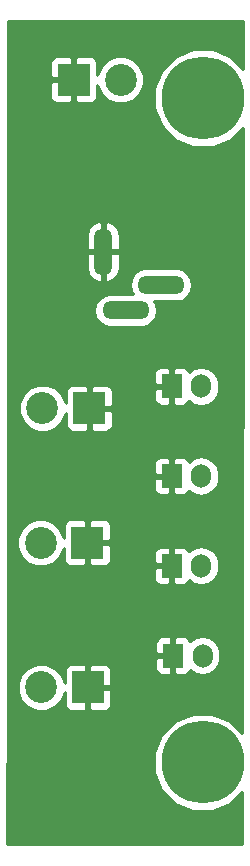
<source format=gbr>
G04 #@! TF.GenerationSoftware,KiCad,Pcbnew,(5.0.0-3-g5ebb6b6)*
G04 #@! TF.CreationDate,2019-05-02T13:21:36+02:00*
G04 #@! TF.ProjectId,Power Board,506F77657220426F6172642E6B696361,rev?*
G04 #@! TF.SameCoordinates,Original*
G04 #@! TF.FileFunction,Copper,L1,Top,Signal*
G04 #@! TF.FilePolarity,Positive*
%FSLAX46Y46*%
G04 Gerber Fmt 4.6, Leading zero omitted, Abs format (unit mm)*
G04 Created by KiCad (PCBNEW (5.0.0-3-g5ebb6b6)) date Thursday, 02 May 2019 at 13:21:36*
%MOMM*%
%LPD*%
G01*
G04 APERTURE LIST*
G04 #@! TA.AperFunction,ComponentPad*
%ADD10C,7.000000*%
G04 #@! TD*
G04 #@! TA.AperFunction,ComponentPad*
%ADD11O,1.524000X4.000000*%
G04 #@! TD*
G04 #@! TA.AperFunction,ComponentPad*
%ADD12O,4.000000X1.524000*%
G04 #@! TD*
G04 #@! TA.AperFunction,ComponentPad*
%ADD13R,1.700000X2.000000*%
G04 #@! TD*
G04 #@! TA.AperFunction,ComponentPad*
%ADD14O,1.700000X2.000000*%
G04 #@! TD*
G04 #@! TA.AperFunction,ComponentPad*
%ADD15R,2.700000X2.700000*%
G04 #@! TD*
G04 #@! TA.AperFunction,ComponentPad*
%ADD16C,2.700000*%
G04 #@! TD*
G04 #@! TA.AperFunction,Conductor*
%ADD17C,0.254000*%
G04 #@! TD*
G04 APERTURE END LIST*
D10*
G04 #@! TO.P,REF\002A\002A,1*
G04 #@! TO.N,N/C*
X158050000Y-138750000D03*
G04 #@! TD*
D11*
G04 #@! TO.P,J1,1*
G04 #@! TO.N,Net-(J1-Pad1)*
X149630000Y-95510000D03*
D12*
G04 #@! TO.P,J1,2*
G04 #@! TO.N,Net-(J1-Pad2)*
X154530000Y-98320000D03*
G04 #@! TO.P,J1,3*
G04 #@! TO.N,N/C*
X151540000Y-100480000D03*
G04 #@! TD*
D13*
G04 #@! TO.P,J2,1*
G04 #@! TO.N,Net-(J1-Pad1)*
X155550000Y-129700000D03*
D14*
G04 #@! TO.P,J2,2*
G04 #@! TO.N,Net-(J1-Pad2)*
X158050000Y-129700000D03*
G04 #@! TD*
G04 #@! TO.P,J3,2*
G04 #@! TO.N,Net-(J1-Pad2)*
X157950000Y-122100000D03*
D13*
G04 #@! TO.P,J3,1*
G04 #@! TO.N,Net-(J1-Pad1)*
X155450000Y-122100000D03*
G04 #@! TD*
G04 #@! TO.P,J4,1*
G04 #@! TO.N,Net-(J1-Pad1)*
X155450000Y-114500000D03*
D14*
G04 #@! TO.P,J4,2*
G04 #@! TO.N,Net-(J1-Pad2)*
X157950000Y-114500000D03*
G04 #@! TD*
G04 #@! TO.P,J5,2*
G04 #@! TO.N,Net-(J1-Pad2)*
X157950000Y-106900000D03*
D13*
G04 #@! TO.P,J5,1*
G04 #@! TO.N,Net-(J1-Pad1)*
X155450000Y-106900000D03*
G04 #@! TD*
D15*
G04 #@! TO.P,J6,1*
G04 #@! TO.N,Net-(J1-Pad1)*
X148350000Y-132400000D03*
D16*
G04 #@! TO.P,J6,2*
G04 #@! TO.N,Net-(J1-Pad2)*
X144390000Y-132400000D03*
G04 #@! TD*
G04 #@! TO.P,J7,2*
G04 #@! TO.N,Net-(J1-Pad2)*
X144340000Y-120150000D03*
D15*
G04 #@! TO.P,J7,1*
G04 #@! TO.N,Net-(J1-Pad1)*
X148300000Y-120150000D03*
G04 #@! TD*
D10*
G04 #@! TO.P,REF\002A\002A,1*
G04 #@! TO.N,N/C*
X158100000Y-82500000D03*
G04 #@! TD*
D15*
G04 #@! TO.P,J8,1*
G04 #@! TO.N,Net-(J1-Pad1)*
X147150000Y-80950000D03*
D16*
G04 #@! TO.P,J8,2*
G04 #@! TO.N,Net-(J1-Pad2)*
X151110000Y-80950000D03*
G04 #@! TD*
G04 #@! TO.P,J9,2*
G04 #@! TO.N,Net-(J1-Pad2)*
X144500000Y-108750000D03*
D15*
G04 #@! TO.P,J9,1*
G04 #@! TO.N,Net-(J1-Pad1)*
X148460000Y-108750000D03*
G04 #@! TD*
D17*
G04 #@! TO.N,Net-(J1-Pad1)*
G36*
X161461681Y-80013909D02*
X160442289Y-78994517D01*
X158922503Y-78365000D01*
X157277497Y-78365000D01*
X155757711Y-78994517D01*
X154594517Y-80157711D01*
X153965000Y-81677497D01*
X153965000Y-83322503D01*
X154594517Y-84842289D01*
X155757711Y-86005483D01*
X157277497Y-86635000D01*
X158922503Y-86635000D01*
X160442289Y-86005483D01*
X161458177Y-84989595D01*
X161422061Y-136274289D01*
X160392289Y-135244517D01*
X158872503Y-134615000D01*
X157227497Y-134615000D01*
X155707711Y-135244517D01*
X154544517Y-136407711D01*
X153915000Y-137927497D01*
X153915000Y-139572503D01*
X154544517Y-141092289D01*
X155707711Y-142255483D01*
X157227497Y-142885000D01*
X158872503Y-142885000D01*
X160392289Y-142255483D01*
X161418572Y-141229200D01*
X161415465Y-145640000D01*
X141535464Y-145640000D01*
X141545065Y-132005159D01*
X142405000Y-132005159D01*
X142405000Y-132794841D01*
X142707199Y-133524412D01*
X143265588Y-134082801D01*
X143995159Y-134385000D01*
X144784841Y-134385000D01*
X145514412Y-134082801D01*
X146072801Y-133524412D01*
X146365000Y-132818983D01*
X146365000Y-133876310D01*
X146461673Y-134109699D01*
X146640302Y-134288327D01*
X146873691Y-134385000D01*
X148064250Y-134385000D01*
X148223000Y-134226250D01*
X148223000Y-132527000D01*
X148477000Y-132527000D01*
X148477000Y-134226250D01*
X148635750Y-134385000D01*
X149826309Y-134385000D01*
X150059698Y-134288327D01*
X150238327Y-134109699D01*
X150335000Y-133876310D01*
X150335000Y-132685750D01*
X150176250Y-132527000D01*
X148477000Y-132527000D01*
X148223000Y-132527000D01*
X148203000Y-132527000D01*
X148203000Y-132273000D01*
X148223000Y-132273000D01*
X148223000Y-130573750D01*
X148477000Y-130573750D01*
X148477000Y-132273000D01*
X150176250Y-132273000D01*
X150335000Y-132114250D01*
X150335000Y-130923690D01*
X150238327Y-130690301D01*
X150059698Y-130511673D01*
X149826309Y-130415000D01*
X148635750Y-130415000D01*
X148477000Y-130573750D01*
X148223000Y-130573750D01*
X148064250Y-130415000D01*
X146873691Y-130415000D01*
X146640302Y-130511673D01*
X146461673Y-130690301D01*
X146365000Y-130923690D01*
X146365000Y-131981017D01*
X146072801Y-131275588D01*
X145514412Y-130717199D01*
X144784841Y-130415000D01*
X143995159Y-130415000D01*
X143265588Y-130717199D01*
X142707199Y-131275588D01*
X142405000Y-132005159D01*
X141545065Y-132005159D01*
X141546487Y-129985750D01*
X154065000Y-129985750D01*
X154065000Y-130826310D01*
X154161673Y-131059699D01*
X154340302Y-131238327D01*
X154573691Y-131335000D01*
X155264250Y-131335000D01*
X155423000Y-131176250D01*
X155423000Y-129827000D01*
X154223750Y-129827000D01*
X154065000Y-129985750D01*
X141546487Y-129985750D01*
X141547481Y-128573690D01*
X154065000Y-128573690D01*
X154065000Y-129414250D01*
X154223750Y-129573000D01*
X155423000Y-129573000D01*
X155423000Y-128223750D01*
X155677000Y-128223750D01*
X155677000Y-129573000D01*
X155697000Y-129573000D01*
X155697000Y-129827000D01*
X155677000Y-129827000D01*
X155677000Y-131176250D01*
X155835750Y-131335000D01*
X156526309Y-131335000D01*
X156759698Y-131238327D01*
X156938327Y-131059699D01*
X156992344Y-130929291D01*
X157470583Y-131248839D01*
X158050000Y-131364092D01*
X158629418Y-131248839D01*
X159120625Y-130920625D01*
X159448839Y-130429417D01*
X159535000Y-129996255D01*
X159535000Y-129403744D01*
X159448839Y-128970582D01*
X159120625Y-128479375D01*
X158629417Y-128151161D01*
X158050000Y-128035908D01*
X157470582Y-128151161D01*
X156992344Y-128470709D01*
X156938327Y-128340301D01*
X156759698Y-128161673D01*
X156526309Y-128065000D01*
X155835750Y-128065000D01*
X155677000Y-128223750D01*
X155423000Y-128223750D01*
X155264250Y-128065000D01*
X154573691Y-128065000D01*
X154340302Y-128161673D01*
X154161673Y-128340301D01*
X154065000Y-128573690D01*
X141547481Y-128573690D01*
X141551839Y-122385750D01*
X153965000Y-122385750D01*
X153965000Y-123226310D01*
X154061673Y-123459699D01*
X154240302Y-123638327D01*
X154473691Y-123735000D01*
X155164250Y-123735000D01*
X155323000Y-123576250D01*
X155323000Y-122227000D01*
X154123750Y-122227000D01*
X153965000Y-122385750D01*
X141551839Y-122385750D01*
X141553692Y-119755159D01*
X142355000Y-119755159D01*
X142355000Y-120544841D01*
X142657199Y-121274412D01*
X143215588Y-121832801D01*
X143945159Y-122135000D01*
X144734841Y-122135000D01*
X145464412Y-121832801D01*
X146022801Y-121274412D01*
X146315000Y-120568983D01*
X146315000Y-121626310D01*
X146411673Y-121859699D01*
X146590302Y-122038327D01*
X146823691Y-122135000D01*
X148014250Y-122135000D01*
X148173000Y-121976250D01*
X148173000Y-120277000D01*
X148427000Y-120277000D01*
X148427000Y-121976250D01*
X148585750Y-122135000D01*
X149776309Y-122135000D01*
X150009698Y-122038327D01*
X150188327Y-121859699D01*
X150285000Y-121626310D01*
X150285000Y-120973690D01*
X153965000Y-120973690D01*
X153965000Y-121814250D01*
X154123750Y-121973000D01*
X155323000Y-121973000D01*
X155323000Y-120623750D01*
X155577000Y-120623750D01*
X155577000Y-121973000D01*
X155597000Y-121973000D01*
X155597000Y-122227000D01*
X155577000Y-122227000D01*
X155577000Y-123576250D01*
X155735750Y-123735000D01*
X156426309Y-123735000D01*
X156659698Y-123638327D01*
X156838327Y-123459699D01*
X156892344Y-123329291D01*
X157370583Y-123648839D01*
X157950000Y-123764092D01*
X158529418Y-123648839D01*
X159020625Y-123320625D01*
X159348839Y-122829417D01*
X159435000Y-122396255D01*
X159435000Y-121803744D01*
X159348839Y-121370582D01*
X159020625Y-120879375D01*
X158529417Y-120551161D01*
X157950000Y-120435908D01*
X157370582Y-120551161D01*
X156892344Y-120870709D01*
X156838327Y-120740301D01*
X156659698Y-120561673D01*
X156426309Y-120465000D01*
X155735750Y-120465000D01*
X155577000Y-120623750D01*
X155323000Y-120623750D01*
X155164250Y-120465000D01*
X154473691Y-120465000D01*
X154240302Y-120561673D01*
X154061673Y-120740301D01*
X153965000Y-120973690D01*
X150285000Y-120973690D01*
X150285000Y-120435750D01*
X150126250Y-120277000D01*
X148427000Y-120277000D01*
X148173000Y-120277000D01*
X148153000Y-120277000D01*
X148153000Y-120023000D01*
X148173000Y-120023000D01*
X148173000Y-118323750D01*
X148427000Y-118323750D01*
X148427000Y-120023000D01*
X150126250Y-120023000D01*
X150285000Y-119864250D01*
X150285000Y-118673690D01*
X150188327Y-118440301D01*
X150009698Y-118261673D01*
X149776309Y-118165000D01*
X148585750Y-118165000D01*
X148427000Y-118323750D01*
X148173000Y-118323750D01*
X148014250Y-118165000D01*
X146823691Y-118165000D01*
X146590302Y-118261673D01*
X146411673Y-118440301D01*
X146315000Y-118673690D01*
X146315000Y-119731017D01*
X146022801Y-119025588D01*
X145464412Y-118467199D01*
X144734841Y-118165000D01*
X143945159Y-118165000D01*
X143215588Y-118467199D01*
X142657199Y-119025588D01*
X142355000Y-119755159D01*
X141553692Y-119755159D01*
X141557191Y-114785750D01*
X153965000Y-114785750D01*
X153965000Y-115626310D01*
X154061673Y-115859699D01*
X154240302Y-116038327D01*
X154473691Y-116135000D01*
X155164250Y-116135000D01*
X155323000Y-115976250D01*
X155323000Y-114627000D01*
X154123750Y-114627000D01*
X153965000Y-114785750D01*
X141557191Y-114785750D01*
X141558185Y-113373690D01*
X153965000Y-113373690D01*
X153965000Y-114214250D01*
X154123750Y-114373000D01*
X155323000Y-114373000D01*
X155323000Y-113023750D01*
X155577000Y-113023750D01*
X155577000Y-114373000D01*
X155597000Y-114373000D01*
X155597000Y-114627000D01*
X155577000Y-114627000D01*
X155577000Y-115976250D01*
X155735750Y-116135000D01*
X156426309Y-116135000D01*
X156659698Y-116038327D01*
X156838327Y-115859699D01*
X156892344Y-115729291D01*
X157370583Y-116048839D01*
X157950000Y-116164092D01*
X158529418Y-116048839D01*
X159020625Y-115720625D01*
X159348839Y-115229417D01*
X159435000Y-114796255D01*
X159435000Y-114203744D01*
X159348839Y-113770582D01*
X159020625Y-113279375D01*
X158529417Y-112951161D01*
X157950000Y-112835908D01*
X157370582Y-112951161D01*
X156892344Y-113270709D01*
X156838327Y-113140301D01*
X156659698Y-112961673D01*
X156426309Y-112865000D01*
X155735750Y-112865000D01*
X155577000Y-113023750D01*
X155323000Y-113023750D01*
X155164250Y-112865000D01*
X154473691Y-112865000D01*
X154240302Y-112961673D01*
X154061673Y-113140301D01*
X153965000Y-113373690D01*
X141558185Y-113373690D01*
X141561720Y-108355159D01*
X142515000Y-108355159D01*
X142515000Y-109144841D01*
X142817199Y-109874412D01*
X143375588Y-110432801D01*
X144105159Y-110735000D01*
X144894841Y-110735000D01*
X145624412Y-110432801D01*
X146182801Y-109874412D01*
X146475000Y-109168983D01*
X146475000Y-110226310D01*
X146571673Y-110459699D01*
X146750302Y-110638327D01*
X146983691Y-110735000D01*
X148174250Y-110735000D01*
X148333000Y-110576250D01*
X148333000Y-108877000D01*
X148587000Y-108877000D01*
X148587000Y-110576250D01*
X148745750Y-110735000D01*
X149936309Y-110735000D01*
X150169698Y-110638327D01*
X150348327Y-110459699D01*
X150445000Y-110226310D01*
X150445000Y-109035750D01*
X150286250Y-108877000D01*
X148587000Y-108877000D01*
X148333000Y-108877000D01*
X148313000Y-108877000D01*
X148313000Y-108623000D01*
X148333000Y-108623000D01*
X148333000Y-106923750D01*
X148587000Y-106923750D01*
X148587000Y-108623000D01*
X150286250Y-108623000D01*
X150445000Y-108464250D01*
X150445000Y-107273690D01*
X150408575Y-107185750D01*
X153965000Y-107185750D01*
X153965000Y-108026310D01*
X154061673Y-108259699D01*
X154240302Y-108438327D01*
X154473691Y-108535000D01*
X155164250Y-108535000D01*
X155323000Y-108376250D01*
X155323000Y-107027000D01*
X154123750Y-107027000D01*
X153965000Y-107185750D01*
X150408575Y-107185750D01*
X150348327Y-107040301D01*
X150169698Y-106861673D01*
X149936309Y-106765000D01*
X148745750Y-106765000D01*
X148587000Y-106923750D01*
X148333000Y-106923750D01*
X148174250Y-106765000D01*
X146983691Y-106765000D01*
X146750302Y-106861673D01*
X146571673Y-107040301D01*
X146475000Y-107273690D01*
X146475000Y-108331017D01*
X146182801Y-107625588D01*
X145624412Y-107067199D01*
X144894841Y-106765000D01*
X144105159Y-106765000D01*
X143375588Y-107067199D01*
X142817199Y-107625588D01*
X142515000Y-108355159D01*
X141561720Y-108355159D01*
X141563537Y-105773690D01*
X153965000Y-105773690D01*
X153965000Y-106614250D01*
X154123750Y-106773000D01*
X155323000Y-106773000D01*
X155323000Y-105423750D01*
X155577000Y-105423750D01*
X155577000Y-106773000D01*
X155597000Y-106773000D01*
X155597000Y-107027000D01*
X155577000Y-107027000D01*
X155577000Y-108376250D01*
X155735750Y-108535000D01*
X156426309Y-108535000D01*
X156659698Y-108438327D01*
X156838327Y-108259699D01*
X156892344Y-108129291D01*
X157370583Y-108448839D01*
X157950000Y-108564092D01*
X158529418Y-108448839D01*
X159020625Y-108120625D01*
X159348839Y-107629417D01*
X159435000Y-107196255D01*
X159435000Y-106603744D01*
X159348839Y-106170582D01*
X159020625Y-105679375D01*
X158529417Y-105351161D01*
X157950000Y-105235908D01*
X157370582Y-105351161D01*
X156892344Y-105670709D01*
X156838327Y-105540301D01*
X156659698Y-105361673D01*
X156426309Y-105265000D01*
X155735750Y-105265000D01*
X155577000Y-105423750D01*
X155323000Y-105423750D01*
X155164250Y-105265000D01*
X154473691Y-105265000D01*
X154240302Y-105361673D01*
X154061673Y-105540301D01*
X153965000Y-105773690D01*
X141563537Y-105773690D01*
X141567265Y-100480000D01*
X148877632Y-100480000D01*
X148986056Y-101025082D01*
X149294820Y-101487180D01*
X149756918Y-101795944D01*
X150164412Y-101877000D01*
X152915588Y-101877000D01*
X153323082Y-101795944D01*
X153785180Y-101487180D01*
X154093944Y-101025082D01*
X154202368Y-100480000D01*
X154093944Y-99934918D01*
X153948336Y-99717000D01*
X155905588Y-99717000D01*
X156313082Y-99635944D01*
X156775180Y-99327180D01*
X157083944Y-98865082D01*
X157192368Y-98320000D01*
X157083944Y-97774918D01*
X156775180Y-97312820D01*
X156313082Y-97004056D01*
X155905588Y-96923000D01*
X153154412Y-96923000D01*
X152746918Y-97004056D01*
X152284820Y-97312820D01*
X151976056Y-97774918D01*
X151867632Y-98320000D01*
X151976056Y-98865082D01*
X152121664Y-99083000D01*
X150164412Y-99083000D01*
X149756918Y-99164056D01*
X149294820Y-99472820D01*
X148986056Y-99934918D01*
X148877632Y-100480000D01*
X141567265Y-100480000D01*
X141570676Y-95637000D01*
X148233000Y-95637000D01*
X148233000Y-96875000D01*
X148387941Y-97399941D01*
X148731974Y-97825630D01*
X149212723Y-98087260D01*
X149286930Y-98102220D01*
X149503000Y-97979720D01*
X149503000Y-95637000D01*
X149757000Y-95637000D01*
X149757000Y-97979720D01*
X149973070Y-98102220D01*
X150047277Y-98087260D01*
X150528026Y-97825630D01*
X150872059Y-97399941D01*
X151027000Y-96875000D01*
X151027000Y-95637000D01*
X149757000Y-95637000D01*
X149503000Y-95637000D01*
X148233000Y-95637000D01*
X141570676Y-95637000D01*
X141571726Y-94145000D01*
X148233000Y-94145000D01*
X148233000Y-95383000D01*
X149503000Y-95383000D01*
X149503000Y-93040280D01*
X149757000Y-93040280D01*
X149757000Y-95383000D01*
X151027000Y-95383000D01*
X151027000Y-94145000D01*
X150872059Y-93620059D01*
X150528026Y-93194370D01*
X150047277Y-92932740D01*
X149973070Y-92917780D01*
X149757000Y-93040280D01*
X149503000Y-93040280D01*
X149286930Y-92917780D01*
X149212723Y-92932740D01*
X148731974Y-93194370D01*
X148387941Y-93620059D01*
X148233000Y-94145000D01*
X141571726Y-94145000D01*
X141580818Y-81235750D01*
X145165000Y-81235750D01*
X145165000Y-82426310D01*
X145261673Y-82659699D01*
X145440302Y-82838327D01*
X145673691Y-82935000D01*
X146864250Y-82935000D01*
X147023000Y-82776250D01*
X147023000Y-81077000D01*
X145323750Y-81077000D01*
X145165000Y-81235750D01*
X141580818Y-81235750D01*
X141582059Y-79473690D01*
X145165000Y-79473690D01*
X145165000Y-80664250D01*
X145323750Y-80823000D01*
X147023000Y-80823000D01*
X147023000Y-79123750D01*
X147277000Y-79123750D01*
X147277000Y-80823000D01*
X147297000Y-80823000D01*
X147297000Y-81077000D01*
X147277000Y-81077000D01*
X147277000Y-82776250D01*
X147435750Y-82935000D01*
X148626309Y-82935000D01*
X148859698Y-82838327D01*
X149038327Y-82659699D01*
X149135000Y-82426310D01*
X149135000Y-81368983D01*
X149427199Y-82074412D01*
X149985588Y-82632801D01*
X150715159Y-82935000D01*
X151504841Y-82935000D01*
X152234412Y-82632801D01*
X152792801Y-82074412D01*
X153095000Y-81344841D01*
X153095000Y-80555159D01*
X152792801Y-79825588D01*
X152234412Y-79267199D01*
X151504841Y-78965000D01*
X150715159Y-78965000D01*
X149985588Y-79267199D01*
X149427199Y-79825588D01*
X149135000Y-80531017D01*
X149135000Y-79473690D01*
X149038327Y-79240301D01*
X148859698Y-79061673D01*
X148626309Y-78965000D01*
X147435750Y-78965000D01*
X147277000Y-79123750D01*
X147023000Y-79123750D01*
X146864250Y-78965000D01*
X145673691Y-78965000D01*
X145440302Y-79061673D01*
X145261673Y-79240301D01*
X145165000Y-79473690D01*
X141582059Y-79473690D01*
X141584499Y-76010000D01*
X161464501Y-76010000D01*
X161461681Y-80013909D01*
X161461681Y-80013909D01*
G37*
X161461681Y-80013909D02*
X160442289Y-78994517D01*
X158922503Y-78365000D01*
X157277497Y-78365000D01*
X155757711Y-78994517D01*
X154594517Y-80157711D01*
X153965000Y-81677497D01*
X153965000Y-83322503D01*
X154594517Y-84842289D01*
X155757711Y-86005483D01*
X157277497Y-86635000D01*
X158922503Y-86635000D01*
X160442289Y-86005483D01*
X161458177Y-84989595D01*
X161422061Y-136274289D01*
X160392289Y-135244517D01*
X158872503Y-134615000D01*
X157227497Y-134615000D01*
X155707711Y-135244517D01*
X154544517Y-136407711D01*
X153915000Y-137927497D01*
X153915000Y-139572503D01*
X154544517Y-141092289D01*
X155707711Y-142255483D01*
X157227497Y-142885000D01*
X158872503Y-142885000D01*
X160392289Y-142255483D01*
X161418572Y-141229200D01*
X161415465Y-145640000D01*
X141535464Y-145640000D01*
X141545065Y-132005159D01*
X142405000Y-132005159D01*
X142405000Y-132794841D01*
X142707199Y-133524412D01*
X143265588Y-134082801D01*
X143995159Y-134385000D01*
X144784841Y-134385000D01*
X145514412Y-134082801D01*
X146072801Y-133524412D01*
X146365000Y-132818983D01*
X146365000Y-133876310D01*
X146461673Y-134109699D01*
X146640302Y-134288327D01*
X146873691Y-134385000D01*
X148064250Y-134385000D01*
X148223000Y-134226250D01*
X148223000Y-132527000D01*
X148477000Y-132527000D01*
X148477000Y-134226250D01*
X148635750Y-134385000D01*
X149826309Y-134385000D01*
X150059698Y-134288327D01*
X150238327Y-134109699D01*
X150335000Y-133876310D01*
X150335000Y-132685750D01*
X150176250Y-132527000D01*
X148477000Y-132527000D01*
X148223000Y-132527000D01*
X148203000Y-132527000D01*
X148203000Y-132273000D01*
X148223000Y-132273000D01*
X148223000Y-130573750D01*
X148477000Y-130573750D01*
X148477000Y-132273000D01*
X150176250Y-132273000D01*
X150335000Y-132114250D01*
X150335000Y-130923690D01*
X150238327Y-130690301D01*
X150059698Y-130511673D01*
X149826309Y-130415000D01*
X148635750Y-130415000D01*
X148477000Y-130573750D01*
X148223000Y-130573750D01*
X148064250Y-130415000D01*
X146873691Y-130415000D01*
X146640302Y-130511673D01*
X146461673Y-130690301D01*
X146365000Y-130923690D01*
X146365000Y-131981017D01*
X146072801Y-131275588D01*
X145514412Y-130717199D01*
X144784841Y-130415000D01*
X143995159Y-130415000D01*
X143265588Y-130717199D01*
X142707199Y-131275588D01*
X142405000Y-132005159D01*
X141545065Y-132005159D01*
X141546487Y-129985750D01*
X154065000Y-129985750D01*
X154065000Y-130826310D01*
X154161673Y-131059699D01*
X154340302Y-131238327D01*
X154573691Y-131335000D01*
X155264250Y-131335000D01*
X155423000Y-131176250D01*
X155423000Y-129827000D01*
X154223750Y-129827000D01*
X154065000Y-129985750D01*
X141546487Y-129985750D01*
X141547481Y-128573690D01*
X154065000Y-128573690D01*
X154065000Y-129414250D01*
X154223750Y-129573000D01*
X155423000Y-129573000D01*
X155423000Y-128223750D01*
X155677000Y-128223750D01*
X155677000Y-129573000D01*
X155697000Y-129573000D01*
X155697000Y-129827000D01*
X155677000Y-129827000D01*
X155677000Y-131176250D01*
X155835750Y-131335000D01*
X156526309Y-131335000D01*
X156759698Y-131238327D01*
X156938327Y-131059699D01*
X156992344Y-130929291D01*
X157470583Y-131248839D01*
X158050000Y-131364092D01*
X158629418Y-131248839D01*
X159120625Y-130920625D01*
X159448839Y-130429417D01*
X159535000Y-129996255D01*
X159535000Y-129403744D01*
X159448839Y-128970582D01*
X159120625Y-128479375D01*
X158629417Y-128151161D01*
X158050000Y-128035908D01*
X157470582Y-128151161D01*
X156992344Y-128470709D01*
X156938327Y-128340301D01*
X156759698Y-128161673D01*
X156526309Y-128065000D01*
X155835750Y-128065000D01*
X155677000Y-128223750D01*
X155423000Y-128223750D01*
X155264250Y-128065000D01*
X154573691Y-128065000D01*
X154340302Y-128161673D01*
X154161673Y-128340301D01*
X154065000Y-128573690D01*
X141547481Y-128573690D01*
X141551839Y-122385750D01*
X153965000Y-122385750D01*
X153965000Y-123226310D01*
X154061673Y-123459699D01*
X154240302Y-123638327D01*
X154473691Y-123735000D01*
X155164250Y-123735000D01*
X155323000Y-123576250D01*
X155323000Y-122227000D01*
X154123750Y-122227000D01*
X153965000Y-122385750D01*
X141551839Y-122385750D01*
X141553692Y-119755159D01*
X142355000Y-119755159D01*
X142355000Y-120544841D01*
X142657199Y-121274412D01*
X143215588Y-121832801D01*
X143945159Y-122135000D01*
X144734841Y-122135000D01*
X145464412Y-121832801D01*
X146022801Y-121274412D01*
X146315000Y-120568983D01*
X146315000Y-121626310D01*
X146411673Y-121859699D01*
X146590302Y-122038327D01*
X146823691Y-122135000D01*
X148014250Y-122135000D01*
X148173000Y-121976250D01*
X148173000Y-120277000D01*
X148427000Y-120277000D01*
X148427000Y-121976250D01*
X148585750Y-122135000D01*
X149776309Y-122135000D01*
X150009698Y-122038327D01*
X150188327Y-121859699D01*
X150285000Y-121626310D01*
X150285000Y-120973690D01*
X153965000Y-120973690D01*
X153965000Y-121814250D01*
X154123750Y-121973000D01*
X155323000Y-121973000D01*
X155323000Y-120623750D01*
X155577000Y-120623750D01*
X155577000Y-121973000D01*
X155597000Y-121973000D01*
X155597000Y-122227000D01*
X155577000Y-122227000D01*
X155577000Y-123576250D01*
X155735750Y-123735000D01*
X156426309Y-123735000D01*
X156659698Y-123638327D01*
X156838327Y-123459699D01*
X156892344Y-123329291D01*
X157370583Y-123648839D01*
X157950000Y-123764092D01*
X158529418Y-123648839D01*
X159020625Y-123320625D01*
X159348839Y-122829417D01*
X159435000Y-122396255D01*
X159435000Y-121803744D01*
X159348839Y-121370582D01*
X159020625Y-120879375D01*
X158529417Y-120551161D01*
X157950000Y-120435908D01*
X157370582Y-120551161D01*
X156892344Y-120870709D01*
X156838327Y-120740301D01*
X156659698Y-120561673D01*
X156426309Y-120465000D01*
X155735750Y-120465000D01*
X155577000Y-120623750D01*
X155323000Y-120623750D01*
X155164250Y-120465000D01*
X154473691Y-120465000D01*
X154240302Y-120561673D01*
X154061673Y-120740301D01*
X153965000Y-120973690D01*
X150285000Y-120973690D01*
X150285000Y-120435750D01*
X150126250Y-120277000D01*
X148427000Y-120277000D01*
X148173000Y-120277000D01*
X148153000Y-120277000D01*
X148153000Y-120023000D01*
X148173000Y-120023000D01*
X148173000Y-118323750D01*
X148427000Y-118323750D01*
X148427000Y-120023000D01*
X150126250Y-120023000D01*
X150285000Y-119864250D01*
X150285000Y-118673690D01*
X150188327Y-118440301D01*
X150009698Y-118261673D01*
X149776309Y-118165000D01*
X148585750Y-118165000D01*
X148427000Y-118323750D01*
X148173000Y-118323750D01*
X148014250Y-118165000D01*
X146823691Y-118165000D01*
X146590302Y-118261673D01*
X146411673Y-118440301D01*
X146315000Y-118673690D01*
X146315000Y-119731017D01*
X146022801Y-119025588D01*
X145464412Y-118467199D01*
X144734841Y-118165000D01*
X143945159Y-118165000D01*
X143215588Y-118467199D01*
X142657199Y-119025588D01*
X142355000Y-119755159D01*
X141553692Y-119755159D01*
X141557191Y-114785750D01*
X153965000Y-114785750D01*
X153965000Y-115626310D01*
X154061673Y-115859699D01*
X154240302Y-116038327D01*
X154473691Y-116135000D01*
X155164250Y-116135000D01*
X155323000Y-115976250D01*
X155323000Y-114627000D01*
X154123750Y-114627000D01*
X153965000Y-114785750D01*
X141557191Y-114785750D01*
X141558185Y-113373690D01*
X153965000Y-113373690D01*
X153965000Y-114214250D01*
X154123750Y-114373000D01*
X155323000Y-114373000D01*
X155323000Y-113023750D01*
X155577000Y-113023750D01*
X155577000Y-114373000D01*
X155597000Y-114373000D01*
X155597000Y-114627000D01*
X155577000Y-114627000D01*
X155577000Y-115976250D01*
X155735750Y-116135000D01*
X156426309Y-116135000D01*
X156659698Y-116038327D01*
X156838327Y-115859699D01*
X156892344Y-115729291D01*
X157370583Y-116048839D01*
X157950000Y-116164092D01*
X158529418Y-116048839D01*
X159020625Y-115720625D01*
X159348839Y-115229417D01*
X159435000Y-114796255D01*
X159435000Y-114203744D01*
X159348839Y-113770582D01*
X159020625Y-113279375D01*
X158529417Y-112951161D01*
X157950000Y-112835908D01*
X157370582Y-112951161D01*
X156892344Y-113270709D01*
X156838327Y-113140301D01*
X156659698Y-112961673D01*
X156426309Y-112865000D01*
X155735750Y-112865000D01*
X155577000Y-113023750D01*
X155323000Y-113023750D01*
X155164250Y-112865000D01*
X154473691Y-112865000D01*
X154240302Y-112961673D01*
X154061673Y-113140301D01*
X153965000Y-113373690D01*
X141558185Y-113373690D01*
X141561720Y-108355159D01*
X142515000Y-108355159D01*
X142515000Y-109144841D01*
X142817199Y-109874412D01*
X143375588Y-110432801D01*
X144105159Y-110735000D01*
X144894841Y-110735000D01*
X145624412Y-110432801D01*
X146182801Y-109874412D01*
X146475000Y-109168983D01*
X146475000Y-110226310D01*
X146571673Y-110459699D01*
X146750302Y-110638327D01*
X146983691Y-110735000D01*
X148174250Y-110735000D01*
X148333000Y-110576250D01*
X148333000Y-108877000D01*
X148587000Y-108877000D01*
X148587000Y-110576250D01*
X148745750Y-110735000D01*
X149936309Y-110735000D01*
X150169698Y-110638327D01*
X150348327Y-110459699D01*
X150445000Y-110226310D01*
X150445000Y-109035750D01*
X150286250Y-108877000D01*
X148587000Y-108877000D01*
X148333000Y-108877000D01*
X148313000Y-108877000D01*
X148313000Y-108623000D01*
X148333000Y-108623000D01*
X148333000Y-106923750D01*
X148587000Y-106923750D01*
X148587000Y-108623000D01*
X150286250Y-108623000D01*
X150445000Y-108464250D01*
X150445000Y-107273690D01*
X150408575Y-107185750D01*
X153965000Y-107185750D01*
X153965000Y-108026310D01*
X154061673Y-108259699D01*
X154240302Y-108438327D01*
X154473691Y-108535000D01*
X155164250Y-108535000D01*
X155323000Y-108376250D01*
X155323000Y-107027000D01*
X154123750Y-107027000D01*
X153965000Y-107185750D01*
X150408575Y-107185750D01*
X150348327Y-107040301D01*
X150169698Y-106861673D01*
X149936309Y-106765000D01*
X148745750Y-106765000D01*
X148587000Y-106923750D01*
X148333000Y-106923750D01*
X148174250Y-106765000D01*
X146983691Y-106765000D01*
X146750302Y-106861673D01*
X146571673Y-107040301D01*
X146475000Y-107273690D01*
X146475000Y-108331017D01*
X146182801Y-107625588D01*
X145624412Y-107067199D01*
X144894841Y-106765000D01*
X144105159Y-106765000D01*
X143375588Y-107067199D01*
X142817199Y-107625588D01*
X142515000Y-108355159D01*
X141561720Y-108355159D01*
X141563537Y-105773690D01*
X153965000Y-105773690D01*
X153965000Y-106614250D01*
X154123750Y-106773000D01*
X155323000Y-106773000D01*
X155323000Y-105423750D01*
X155577000Y-105423750D01*
X155577000Y-106773000D01*
X155597000Y-106773000D01*
X155597000Y-107027000D01*
X155577000Y-107027000D01*
X155577000Y-108376250D01*
X155735750Y-108535000D01*
X156426309Y-108535000D01*
X156659698Y-108438327D01*
X156838327Y-108259699D01*
X156892344Y-108129291D01*
X157370583Y-108448839D01*
X157950000Y-108564092D01*
X158529418Y-108448839D01*
X159020625Y-108120625D01*
X159348839Y-107629417D01*
X159435000Y-107196255D01*
X159435000Y-106603744D01*
X159348839Y-106170582D01*
X159020625Y-105679375D01*
X158529417Y-105351161D01*
X157950000Y-105235908D01*
X157370582Y-105351161D01*
X156892344Y-105670709D01*
X156838327Y-105540301D01*
X156659698Y-105361673D01*
X156426309Y-105265000D01*
X155735750Y-105265000D01*
X155577000Y-105423750D01*
X155323000Y-105423750D01*
X155164250Y-105265000D01*
X154473691Y-105265000D01*
X154240302Y-105361673D01*
X154061673Y-105540301D01*
X153965000Y-105773690D01*
X141563537Y-105773690D01*
X141567265Y-100480000D01*
X148877632Y-100480000D01*
X148986056Y-101025082D01*
X149294820Y-101487180D01*
X149756918Y-101795944D01*
X150164412Y-101877000D01*
X152915588Y-101877000D01*
X153323082Y-101795944D01*
X153785180Y-101487180D01*
X154093944Y-101025082D01*
X154202368Y-100480000D01*
X154093944Y-99934918D01*
X153948336Y-99717000D01*
X155905588Y-99717000D01*
X156313082Y-99635944D01*
X156775180Y-99327180D01*
X157083944Y-98865082D01*
X157192368Y-98320000D01*
X157083944Y-97774918D01*
X156775180Y-97312820D01*
X156313082Y-97004056D01*
X155905588Y-96923000D01*
X153154412Y-96923000D01*
X152746918Y-97004056D01*
X152284820Y-97312820D01*
X151976056Y-97774918D01*
X151867632Y-98320000D01*
X151976056Y-98865082D01*
X152121664Y-99083000D01*
X150164412Y-99083000D01*
X149756918Y-99164056D01*
X149294820Y-99472820D01*
X148986056Y-99934918D01*
X148877632Y-100480000D01*
X141567265Y-100480000D01*
X141570676Y-95637000D01*
X148233000Y-95637000D01*
X148233000Y-96875000D01*
X148387941Y-97399941D01*
X148731974Y-97825630D01*
X149212723Y-98087260D01*
X149286930Y-98102220D01*
X149503000Y-97979720D01*
X149503000Y-95637000D01*
X149757000Y-95637000D01*
X149757000Y-97979720D01*
X149973070Y-98102220D01*
X150047277Y-98087260D01*
X150528026Y-97825630D01*
X150872059Y-97399941D01*
X151027000Y-96875000D01*
X151027000Y-95637000D01*
X149757000Y-95637000D01*
X149503000Y-95637000D01*
X148233000Y-95637000D01*
X141570676Y-95637000D01*
X141571726Y-94145000D01*
X148233000Y-94145000D01*
X148233000Y-95383000D01*
X149503000Y-95383000D01*
X149503000Y-93040280D01*
X149757000Y-93040280D01*
X149757000Y-95383000D01*
X151027000Y-95383000D01*
X151027000Y-94145000D01*
X150872059Y-93620059D01*
X150528026Y-93194370D01*
X150047277Y-92932740D01*
X149973070Y-92917780D01*
X149757000Y-93040280D01*
X149503000Y-93040280D01*
X149286930Y-92917780D01*
X149212723Y-92932740D01*
X148731974Y-93194370D01*
X148387941Y-93620059D01*
X148233000Y-94145000D01*
X141571726Y-94145000D01*
X141580818Y-81235750D01*
X145165000Y-81235750D01*
X145165000Y-82426310D01*
X145261673Y-82659699D01*
X145440302Y-82838327D01*
X145673691Y-82935000D01*
X146864250Y-82935000D01*
X147023000Y-82776250D01*
X147023000Y-81077000D01*
X145323750Y-81077000D01*
X145165000Y-81235750D01*
X141580818Y-81235750D01*
X141582059Y-79473690D01*
X145165000Y-79473690D01*
X145165000Y-80664250D01*
X145323750Y-80823000D01*
X147023000Y-80823000D01*
X147023000Y-79123750D01*
X147277000Y-79123750D01*
X147277000Y-80823000D01*
X147297000Y-80823000D01*
X147297000Y-81077000D01*
X147277000Y-81077000D01*
X147277000Y-82776250D01*
X147435750Y-82935000D01*
X148626309Y-82935000D01*
X148859698Y-82838327D01*
X149038327Y-82659699D01*
X149135000Y-82426310D01*
X149135000Y-81368983D01*
X149427199Y-82074412D01*
X149985588Y-82632801D01*
X150715159Y-82935000D01*
X151504841Y-82935000D01*
X152234412Y-82632801D01*
X152792801Y-82074412D01*
X153095000Y-81344841D01*
X153095000Y-80555159D01*
X152792801Y-79825588D01*
X152234412Y-79267199D01*
X151504841Y-78965000D01*
X150715159Y-78965000D01*
X149985588Y-79267199D01*
X149427199Y-79825588D01*
X149135000Y-80531017D01*
X149135000Y-79473690D01*
X149038327Y-79240301D01*
X148859698Y-79061673D01*
X148626309Y-78965000D01*
X147435750Y-78965000D01*
X147277000Y-79123750D01*
X147023000Y-79123750D01*
X146864250Y-78965000D01*
X145673691Y-78965000D01*
X145440302Y-79061673D01*
X145261673Y-79240301D01*
X145165000Y-79473690D01*
X141582059Y-79473690D01*
X141584499Y-76010000D01*
X161464501Y-76010000D01*
X161461681Y-80013909D01*
G04 #@! TD*
M02*

</source>
